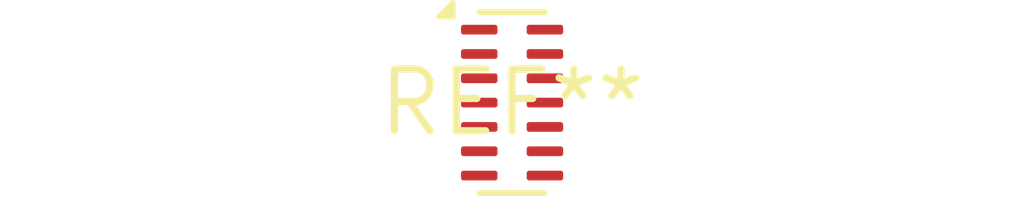
<source format=kicad_pcb>
(kicad_pcb (version 20240108) (generator pcbnew)
  (layers (0 "F.Cu" signal) (31 "B.Cu" signal) (34 "B.Paste" user) (35 "F.Paste" user) (36 "B.SilkS" user "B.Silkscreen") (37 "F.SilkS" user "F.Silkscreen") (38 "B.Mask" user) (39 "F.Mask" user) (44 "Edge.Cuts" user))
  (net 0 "")
  (footprint "Texas_R-PUSON-N14" (layer "F.Cu") (at 0 0)
    (property "Reference" "REF**")
    (property "Value" "Texas_R-PUSON-N14")
    (fp_line (start -0.675 -1.86) (end 0.675 -1.86) (layer "F.SilkS") (stroke (width 0.12)))
    (fp_line (start -0.675 1.86) (end 0.675 1.86) (layer "F.SilkS") (stroke (width 0.12)))
    (fp_poly (pts (xy -1.22 -1.77) (xy -1.5 -1.77) (xy -1.22 -2.05) (xy -1.22 -1.77)) (layer "F.SilkS") (stroke (width 0.12)) (fill solid))
    (pad "1" smd roundrect (at -0.675 -1.5) (size 0.75 0.2) (layers "F.Cu" "F.Paste" "F.Mask"))
    (pad "2" smd roundrect (at -0.675 -1) (size 0.75 0.2) (layers "F.Cu" "F.Paste" "F.Mask"))
    (pad "3" smd roundrect (at -0.675 -0.5) (size 0.75 0.2) (layers "F.Cu" "F.Paste" "F.Mask"))
    (pad "4" smd roundrect (at -0.675 0) (size 0.75 0.2) (layers "F.Cu" "F.Paste" "F.Mask"))
    (pad "5" smd roundrect (at -0.675 0.5) (size 0.75 0.2) (layers "F.Cu" "F.Paste" "F.Mask"))
    (pad "6" smd roundrect (at -0.675 1) (size 0.75 0.2) (layers "F.Cu" "F.Paste" "F.Mask"))
    (pad "7" smd roundrect (at -0.675 1.5) (size 0.75 0.2) (layers "F.Cu" "F.Paste" "F.Mask"))
    (pad "8" smd roundrect (at 0.675 1.5) (size 0.75 0.2) (layers "F.Cu" "F.Paste" "F.Mask"))
    (pad "9" smd roundrect (at 0.675 1) (size 0.75 0.2) (layers "F.Cu" "F.Paste" "F.Mask"))
    (pad "10" smd roundrect (at 0.675 0.5) (size 0.75 0.2) (layers "F.Cu" "F.Paste" "F.Mask"))
    (pad "11" smd roundrect (at 0.675 0) (size 0.75 0.2) (layers "F.Cu" "F.Paste" "F.Mask"))
    (pad "12" smd roundrect (at 0.675 -0.5) (size 0.75 0.2) (layers "F.Cu" "F.Paste" "F.Mask"))
    (pad "13" smd roundrect (at 0.675 -1) (size 0.75 0.2) (layers "F.Cu" "F.Paste" "F.Mask"))
    (pad "14" smd roundrect (at 0.675 -1.5) (size 0.75 0.2) (layers "F.Cu" "F.Paste" "F.Mask"))
  )
)
</source>
